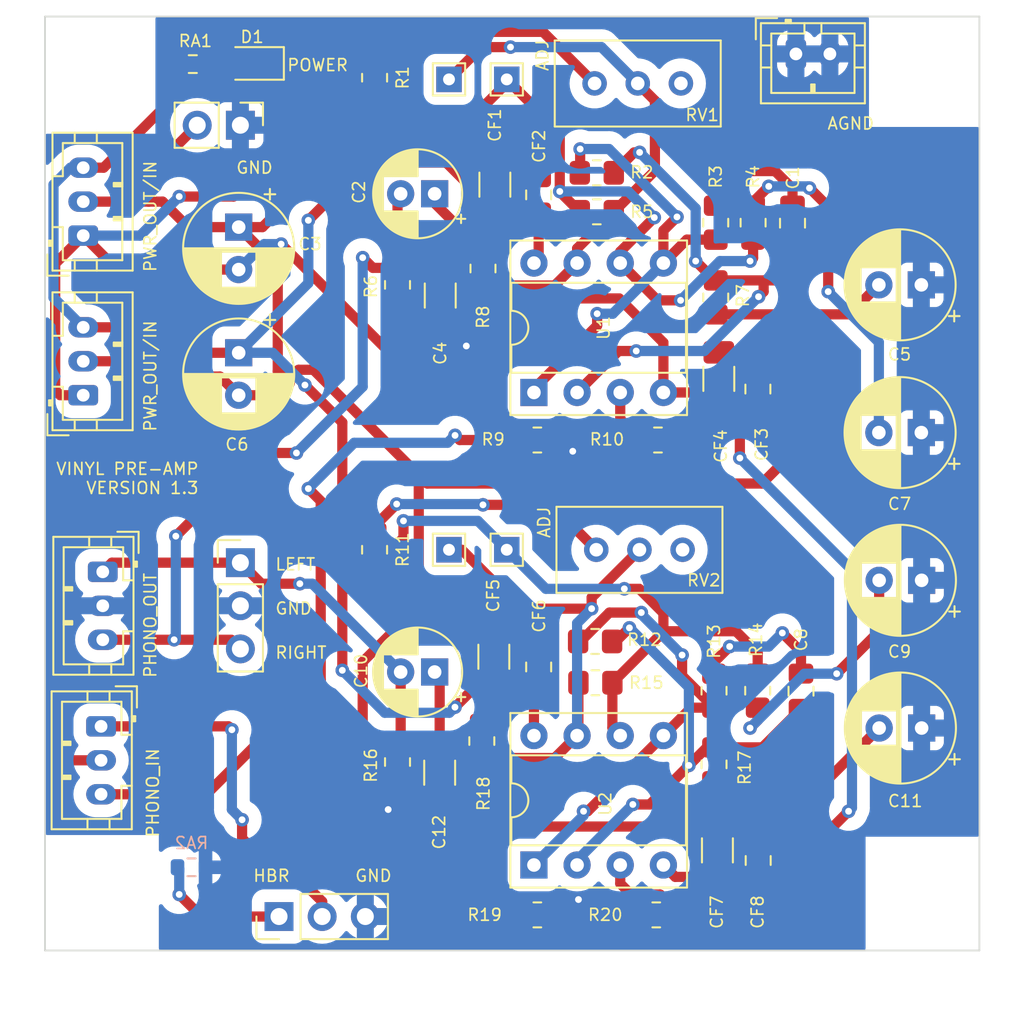
<source format=kicad_pcb>
(kicad_pcb (version 20221018) (generator pcbnew)
  (layers (0 "F.Cu" signal) (31 "B.Cu" signal) (34 "B.Paste" user) (35 "F.Paste" user) (36 "B.SilkS" user "B.Silkscreen") (37 "F.SilkS" user "F.Silkscreen") (38 "B.Mask" user) (39 "F.Mask" user) (44 "Edge.Cuts" user))
  (net 0 "")
  (net 1 "V-")
  (net 2 "V+")
  (net 3 "LEFTIN")
  (net 4 "RIGHTIN")
  (net 5 "LEFTOUT")
  (net 6 "RIGHTOUT")
  (net 7 "AGND")
  (net 9 "Net-(R1-Pad1)")
  (net 10 "Net-(C2-Pad1)")
  (net 11 "Net-(U1-InA-)")
  (net 12 "Net-(C9-Pad2)")
  (net 14 "Net-(C11-Pad2)")
  (net 15 "Net-(U2-InA-)")
  (net 16 "Net-(D1-A)")
  (net 17 "Net-(U1-InB-)")
  (net 18 "Net-(U1-InB+)")
  (net 19 "Net-(U1-OutB)")
  (net 20 "Net-(U1-InA+)")
  (net 21 "Net-(R11-Pad1)")
  (net 22 "Net-(U2-InB-)")
  (net 23 "Net-(U2-InB+)")
  (net 24 "Net-(U2-OutB)")
  (net 25 "Net-(U2-InA+)")
  (net 26 "PGND")
  (net 27 "GNDIN")
  (net 28 "Net-(C1-Pad2)")
  (net 29 "Net-(C5-Pad2)")
  (net 30 "Net-(C7-Pad2)")
  (net 31 "Net-(C8-Pad2)")
  (net 32 "Net-(C10-Pad1)")
  (net 33 "Net-(J8-Pin_1)")
  (footprint "Connector_JST:JST_PH_B3B-PH-K_1x03_P2.00mm_Vertical" (layer "F.Cu") (at 133.65 93.5 90)
    (fp_text reference "J3" hide)
    (fp_text value "Conn_01x03_Male")
  )
  (footprint "Resistor_SMD:R_0805_2012Metric_Pad1.20x1.40mm_HandSolder" (layer "F.Cu") (at 167.48 105.5375 180)
    (fp_text reference "R10")
    (fp_text value "2K2")
  )
  (footprint "MountingHole:MountingHole_3.2mm_M3" (layer "F.Cu") (at 183.9 133.1)
    (fp_text reference "H3" hide)
    (fp_text value "MountingHole")
  )
  (footprint "Resistor_SMD:R_0805_2012Metric_Pad1.20x1.40mm_HandSolder" (layer "F.Cu") (at 170.88 97.1375 90)
    (fp_text reference "R7")
    (fp_text value "4.7K")
  )
  (footprint "Package_DIP:DIP-8_W7.62mm_Socket" (layer "F.Cu") (at 160.18 130.565124 90)
    (fp_text reference "U2")
    (fp_text value "OPA2134")
  )
  (footprint "Resistor_SMD:R_0805_2012Metric_Pad1.20x1.40mm_HandSolder" (layer "F.Cu") (at 157.18 95.4375 -90)
    (fp_text reference "R8")
    (fp_text value "750R")
  )
  (footprint "Capacitor_SMD:C_0805_2012Metric_Pad1.18x1.45mm_HandSolder" (layer "F.Cu") (at 160.457616 118.902624 -90)
    (fp_text reference "CF6")
    (fp_text value "0.1u")
  )
  (footprint "Resistor_SMD:R_0805_2012Metric_Pad1.20x1.40mm_HandSolder" (layer "F.Cu") (at 157.111414 123.265124 -90)
    (fp_text reference "R18")
    (fp_text value "750R")
  )
  (footprint "Capacitor_THT:CP_Radial_D5.0mm_P2.00mm" (layer "F.Cu") (at 154.335113 119.2 180)
    (fp_text reference "C10")
    (fp_text value "1U C0G")
  )
  (footprint "Resistor_SMD:R_0805_2012Metric_Pad1.20x1.40mm_HandSolder" (layer "F.Cu") (at 160.38 133.502624 180)
    (fp_text reference "R19")
    (fp_text value "47K")
  )
  (footprint "Resistor_SMD:R_0805_2012Metric_Pad1.20x1.40mm_HandSolder" (layer "F.Cu") (at 160.38 105.5375 180)
    (fp_text reference "R9")
    (fp_text value "47K")
  )
  (footprint "Resistor_SMD:R_0805_2012Metric_Pad1.20x1.40mm_HandSolder" (layer "F.Cu") (at 163.796424 119.832624)
    (fp_text reference "R15")
    (fp_text value "100K")
  )
  (footprint "Resistor_SMD:R_0603_1608Metric" (layer "F.Cu") (at 140.1 83.4 180)
    (fp_text reference "RA1")
    (fp_text value "5.1K")
  )
  (footprint "Capacitor_THT:CP_Radial_D6.3mm_P2.50mm" (layer "F.Cu") (at 142.8 93 -90)
    (fp_text reference "C3")
    (fp_text value "100U 16V")
  )
  (footprint "Capacitor_SMD:C_1206_3216Metric_Pad1.33x1.80mm_HandSolder" (layer "F.Cu") (at 154.665 97.03 90)
    (fp_text reference "C4")
    (fp_text value "0.1U C0G")
  )
  (footprint "Package_DIP:DIP-8_W7.62mm_Socket" (layer "F.Cu") (at 160.18 102.7375 90)
    (fp_text reference "U1")
    (fp_text value "OPA2134")
  )
  (footprint "MountingHole:MountingHole_3.2mm_M3" (layer "F.Cu") (at 133.9 133.1)
    (fp_text reference "H4" hide)
    (fp_text value "MountingHole")
  )
  (footprint "Resistor_SMD:R_0805_2012Metric_Pad1.20x1.40mm_HandSolder" (layer "F.Cu") (at 152.15 124.5 90)
    (fp_text reference "R16")
    (fp_text value "100K")
  )
  (footprint "TestPoint:TestPoint_THTPad_1.5x1.5mm_Drill0.7mm" (layer "F.Cu") (at 155.18 112)
    (fp_text reference "TP3" hide)
    (fp_text value "TestPoint")
  )
  (footprint "Connector_JST:JST_PH_B3B-PH-K_1x03_P2.00mm_Vertical" (layer "F.Cu") (at 134.7 122.4 -90)
    (fp_text reference "J7" hide)
    (fp_text value "Conn_01x03_Male")
  )
  (footprint "TestPoint:TestPoint_THTPad_1.5x1.5mm_Drill0.7mm" (layer "F.Cu") (at 158.58 112)
    (fp_text reference "TP4" hide)
    (fp_text value "TestPoint")
  )
  (footprint "Capacitor_SMD:C_1206_3216Metric_Pad1.33x1.80mm_HandSolder" (layer "F.Cu") (at 170.98 129.702624 -90)
    (fp_text reference "CF7")
    (fp_text value "10u")
  )
  (footprint "Resistor_SMD:R_0805_2012Metric_Pad1.20x1.40mm_HandSolder" (layer "F.Cu") (at 150.8 112 -90)
    (fp_text reference "R11")
    (fp_text value "2.7K")
  )
  (footprint "Resistor_SMD:R_0805_2012Metric_Pad1.20x1.40mm_HandSolder" (layer "F.Cu") (at 170.78 120.3 90)
    (fp_text reference "R13")
    (fp_text value "10K")
  )
  (footprint "MountingHole:MountingHole_3.2mm_M3" (layer "F.Cu") (at 183.9 83.1)
    (fp_text reference "H2" hide)
    (fp_text value "MountingHole")
  )
  (footprint "Capacitor_SMD:C_0805_2012Metric_Pad1.18x1.45mm_HandSolder" (layer "F.Cu") (at 173.36151 102.5375 -90)
    (fp_text reference "CF3")
    (fp_text value "0.1u")
  )
  (footprint "Resistor_SMD:R_0805_2012Metric_Pad1.20x1.40mm_HandSolder" (layer "F.Cu") (at 167.38 133.502624)
    (fp_text reference "R20")
    (fp_text value "2K2")
  )
  (footprint "Resistor_SMD:R_0805_2012Metric_Pad1.20x1.40mm_HandSolder" (layer "F.Cu") (at 173.08 92.7375 -90)
    (fp_text reference "R4")
    (fp_text value "2K7")
  )
  (footprint "Connector_JST:JST_PH_B2B-PH-K_1x02_P2.00mm_Vertical" (layer "F.Cu") (at 175.6 82.8)
    (fp_text reference "J1" hide)
    (fp_text value "Conn_01x02_Male")
  )
  (footprint "LED_SMD:LED_0805_2012Metric_Pad1.15x1.40mm_HandSolder" (layer "F.Cu") (at 143.6 83.36 180)
    (fp_text reference "D1")
    (fp_text value "YELLOW")
  )
  (footprint "Connector_JST:JST_PH_B3B-PH-K_1x03_P2.00mm_Vertical" (layer "F.Cu") (at 134.8 113.3 -90)
    (fp_text reference "J6" hide)
    (fp_text value "Conn_01x03_Male")
  )
  (footprint "Capacitor_SMD:C_1206_3216Metric_Pad1.33x1.80mm_HandSolder" (layer "F.Cu") (at 157.818808 118.302624 -90)
    (fp_text reference "CF5")
    (fp_text value "10u")
  )
  (footprint "Capacitor_SMD:C_0805_2012Metric_Pad1.18x1.45mm_HandSolder" (layer "F.Cu") (at 160.457616 91.1 -90)
    (fp_text reference "CF2")
    (fp_text value "0.1u")
  )
  (footprint "Capacitor_THT:CP_Radial_D5.0mm_P2.00mm" (layer "F.Cu") (at 154.335113 91.0375 180)
    (fp_text reference "C2")
    (fp_text value "1U C0G")
  )
  (footprint "Resistor_SMD:R_0805_2012Metric_Pad1.20x1.40mm_HandSolder" (layer "F.Cu") (at 170.88 92.7375 90)
    (fp_text reference "R3")
    (fp_text value "10K")
  )
  (footprint "Capacitor_SMD:C_0805_2012Metric_Pad1.18x1.45mm_HandSolder" (layer "F.Cu") (at 175.4 92.7675 90)
    (fp_text reference "C1")
    (fp_text value "22N C0G")
  )
  (footprint "Capacitor_SMD:C_1206_3216Metric_Pad1.33x1.80mm_HandSolder" (layer "F.Cu") (at 154.630707 125.13 90)
    (fp_text reference "C12")
    (fp_text value "0.1U C0G")
  )
  (footprint "Connector_PinHeader_2.54mm:PinHeader_1x03_P2.54mm_Vertical" (layer "F.Cu") (at 142.9 112.76)
    (fp_text reference "J5" hide)
    (fp_text value "Conn_01x03_Male")
  )
  (footprint "TestPoint:TestPoint_THTPad_1.5x1.5mm_Drill0.7mm" (layer "F.Cu") (at 158.58 84.3)
    (fp_text reference "TP2" hide)
    (fp_text value "TestPoint")
  )
  (footprint "MountingHole:MountingHole_3.2mm_M3" (layer "F.Cu") (at 133.9 83.1)
    (fp_text reference "H1" hide)
    (fp_text value "MountingHole")
  )
  (footprint "Potentiometer_THT:Potentiometer_Bourns_3296W_Vertical" (layer "F.Cu") (at 168.83 84.5375)
    (fp_text reference "RV1")
    (fp_text value "50K")
  )
  (footprint "Capacitor_SMD:C_1206_3216Metric_Pad1.33x1.80mm_HandSolder" (layer "F.Cu") (at 157.88 90.5 -90)
    (fp_text reference "CF1")
    (fp_text value "10u")
  )
  (footprint "Resistor_SMD:R_0805_2012Metric_Pad1.20x1.40mm_HandSolder" (layer "F.Cu") (at 150.8 84.2 -90)
    (fp_text reference "R1")
    (fp_text value "2.7K")
  )
  (footprint "Resistor_SMD:R_0805_2012Metric_Pad1.20x1.40mm_HandSolder" (layer "F.Cu") (at 163.88 92.1 180)
    (fp_text reference "R5")
    (fp_text value "100K")
  )
  (footprint "Capacitor_THT:CP_Radial_D6.3mm_P2.50mm" (layer "F.Cu") (at 183 113.8 180)
    (fp_text reference "C9")
    (fp_text value "22U")
  )
  (footprint "Capacitor_THT:CP_Radial_D6.3mm_P2.50mm" (layer "F.Cu") (at 183 122.5 180)
    (fp_text reference "C11")
    (fp_text value "22U")
  )
  (footprint "Resistor_SMD:R_0805_2012Metric_Pad1.20x1.40mm_HandSolder" (layer "F.Cu") (at 152.15 96.4 90)
    (fp_text reference "R6")
    (fp_text value "100K")
  )
  (footprint "Capacitor_SMD:C_0805_2012Metric_Pad1.18x1.45mm_HandSolder" (layer "F.Cu") (at 173.38 130.3 -90)
    (fp_text reference "CF8")
    (fp_text value "0.1u")
  )
  (footprint "Capacitor_SMD:C_0805_2012Metric_Pad1.18x1.45mm_HandSolder" (layer "F.Cu") (at 175.9 120.33 90)
    (fp_text reference "C8")
    (fp_text value "22N C0G")
  )
  (footprint "TestPoint:TestPoint_THTPad_1.5x1.5mm_Drill0.7mm" (layer "F.Cu") (at 155.18 84.3)
    (fp_text reference "TP1" hide)
    (fp_text value "TestPoint")
  )
  (footprint "Connector_PinHeader_2.54mm:PinHeader_1x03_P2.54mm_Vertical" (layer "F.Cu") (at 145.175 133.6 90)
    (fp_text reference "J8" hide)
    (fp_text value "Conn_01x03_Pin")
  )
  (footprint "Resistor_SMD:R_0805_2012Metric_Pad1.20x1.40mm_HandSolder" (layer "F.Cu") (at 173.35 120.3 90)
    (fp_text reference "R14")
    (fp_text value "2K7")
  )
  (footprint "Resistor_SMD:R_0805_2012Metric_Pad1.20x1.40mm_HandSolder" (layer "F.Cu") (at 163.88 89.8 180)
    (fp_text reference "R2")
    (fp_text value "180K")
  )
  (footprint "Capacitor_THT:CP_Radial_D6.3mm_P2.50mm" (layer "F.Cu") (at 182.98238 96.4 180)
    (fp_text reference "C5")
    (fp_text value "22U")
  )
  (footprint "Capacitor_THT:CP_Radial_D6.3mm_P2.50mm" (layer "F.Cu") (at 182.98238 105.1 180)
    (fp_text reference "C7")
    (fp_text value "22U")
  )
  (footprint "Potentiometer_THT:Potentiometer_Bourns_3296W_Vertical" (layer "F.Cu") (at 168.93 112)
    (fp_text reference "RV2")
    (fp_text value "50K")
  )
  (footprint "Capacitor_THT:CP_Radial_D6.3mm_P2.50mm" (layer "F.Cu") (at 142.8 100.4 -90)
    (fp_text reference "C6")
    (fp_text value "100U 16V")
  )
  (footprint "Capacitor_SMD:C_1206_3216Metric_Pad1.33x1.80mm_HandSolder" (layer "F.Cu") (at 171.06151 101.9375 -90)
    (fp_text reference "CF4")
    (fp_text value "10u")
  )
  (footprint "Resistor_SMD:R_0805_2012Metric_Pad1.20x1.40mm_HandSolder" (layer "F.Cu") (at 163.78 117.4 180)
    (fp_text reference "R12")
    (fp_text value "180K")
  )
  (footprint "Connector_PinHeader_2.54mm:PinHeader_1x02_P2.54mm_Vertical" (layer "F.Cu") (at 142.9 87 -90)
    (fp_text reference "J2" hide)
    (fp_text value "Conn_01x02_Pin")
  )
  (footprint "Connector_JST:JST_PH_B3B-PH-K_1x03_P2.00mm_Vertical" (layer "F.Cu") (at 133.65 102.9 90)
    (fp_text reference "J4" hide)
    (fp_text value "Conn_01x03_Male")
  )
  (footprint "Resistor_SMD:R_0805_2012Metric_Pad1.20x1.40mm_HandSolder" (layer "F.Cu") (at 170.78 124.637624 90)
    (fp_text reference "R17")
    (fp_text value "4.7K")
  )
  (footprint "Resistor_SMD:R_0603_1608Metric" (layer "B.Cu") (at 140.025 130.7 180)
    (fp_text reference "RA2")
    (fp_text value "20R")
  )
  (gr_line (start 186.4 135.6) (end 186.4 80.6) (stroke (width 0.1)) (layer "Edge.Cuts"))
  (gr_line (start 186.4 80.6) (end 131.4 80.6) (stroke (width 0.1)) (layer "Edge.Cuts"))
  (gr_line (start 131.4 80.6) (end 131.4 135.6) (stroke (width 0.1)) (layer "Edge.Cuts"))
  (gr_line (start 131.4 135.6) (end 186.4 135.6) (stroke (width 0.1)) (layer "Edge.Cuts"))
  (gr_text "PHONO_IN" (at 137.75 129 90) (layer "F.SilkS") (effects (font (size 0.7 0.7) (thickness 0.1)) (justify left)))
  (gr_text "GND\n" (at 144.9 115.46) (layer "F.SilkS") (effects (font (size 0.7 0.7) (thickness 0.1)) (justify left)))
  (gr_text "AGND\n" (at 177.4 86.9) (layer "F.SilkS") (effects (font (size 0.7 0.7) (thickness 0.1)) (justify left)))
  (gr_text "PHONO_OUT" (at 137.6 119.6 90) (layer "F.SilkS") (effects (font (size 0.7 0.7) (thickness 0.1)) (justify left)))
  (gr_text "PWR_OUT/IN" (at 137.6 105.1 90) (layer "F.SilkS") (effects (font (size 0.7 0.7) (thickness 0.1)) (justify left)))
  (gr_text "GND" (at 142.6 89.5) (layer "F.SilkS") (effects (font (size 0.7 0.7) (thickness 0.1)) (justify left)))
  (gr_text "VINYL PRE-AMP\nVERSION 1.3" (at 140.5 107.8) (layer "F.SilkS") (effects (font (size 0.7 0.7) (thickness 0.1)) (justify right)))
  (gr_text "POWER" (at 145.6 83.46) (layer "F.SilkS") (effects (font (size 0.7 0.7) (thickness 0.1)) (justify left)))
  (gr_text "GND" (at 149.6 131.2) (layer "F.SilkS") (effects (font (size 0.7 0.7) (thickness 0.1)) (justify left)))
  (gr_text "HBR\n" (at 143.6 131.2) (layer "F.SilkS") (effects (font (size 0.7 0.7) (thickness 0.1)) (justify left)))
  (gr_text "PWR_OUT/IN" (at 137.6 95.7 90) (layer "F.SilkS") (effects (font (size 0.7 0.7) (thickness 0.1)) (justify left)))
  (gr_text "ADJ" (at 160.78 109.4 90) (layer "F.SilkS") (effects (font (size 0.7 0.7) (thickness 0.1)) (justify right)))
  (gr_text "ADJ" (at 160.68 81.9 90) (layer "F.SilkS") (effects (font (size 0.7 0.7) (thickness 0.1)) (justify right)))
  (gr_text "RIGHT" (at 144.9 118.06) (layer "F.SilkS") (effects (font (size 0.7 0.7) (thickness 0.1)) (justify left)))
  (gr_text "LEFT" (at 144.9 112.86) (layer "F.SilkS") (effects (font (size 0.7 0.7) (thickness 0.1)) (justify left)))
  (segment (start 167.8 102.7375) (end 167.8 99.8) (width 0.6) (layer "F.Cu") (net 1))
  (segment (start 172.307252 131.3375) (end 173.38 131.3375) (width 0.6) (layer "F.Cu") (net 1))
  (segment (start 167.8 102.7375) (end 170.29901 102.7375) (width 0.6) (layer "F.Cu") (net 1))
  (segment (start 142.8 95.5) (end 135.65 95.5) (width 0.6) (layer "F.Cu") (net 1))
  (segment (start 167.8 99.8) (end 165.2 97.2) (width 0.6) (layer "F.Cu") (net 1))
  (segment (start 174.7625 131.3375) (end 178.7 127.4) (width 0.6) (layer "F.Cu") (net 1))
  (segment (start 170.29901 102.7375) (end 171.06151 103.5) (width 0.6) (layer "F.Cu") (net 1))
  (segment (start 142.5 91.2) (end 139.3 91.2) (width 0.6) (layer "F.Cu") (net 1))
  (segment (start 153.3 102) (end 145.3 94) (width 0.6) (layer "F.Cu") (net 1))
  (segment (start 172.3 106.6) (end 172.3 103.5) (width 0.6) (layer "F.Cu") (net 1))
  (segment (start 172.234876 131.265124) (end 172.307252 131.3375) (width 0.6) (layer "F.Cu") (net 1))
  (segment (start 132 95.15) (end 132 102.6) (width 0.6) (layer "F.Cu") (net 1))
  (segment (start 171.06151 103.5) (end 172.3 103.5) (width 0.6) (layer "F.Cu") (net 1))
  (segment (start 172.234876 131.265124) (end 170.98 131.265124) (width 0.6) (layer "F.Cu") (net 1))
  (segment (start 135.65 95.5) (end 133.65 93.5) (width 0.6) (layer "F.Cu") (net 1))
  (segment (start 168.5 131.265124) (end 167.8 130.565124) (width 0.6) (layer "F.Cu") (net 1))
  (segment (start 156.9 102) (end 153.3 102) (width 0.6) (layer "F.Cu") (net 1))
  (segment (start 173.38 131.3375) (end 174.7625 131.3375) (width 0.6) (layer "F.Cu") (net 1))
  (segment (start 132.3 102.9) (end 133.65 102.9) (width 0.6) (layer "F.Cu") (net 1))
  (segment (start 133.65 93.5) (end 132 95.15) (width 0.6) (layer "F.Cu") (net 1))
  (segment (start 165.2 97.2) (end 161.7 97.2) (width 0.6) (layer "F.Cu") (net 1))
  (segment (start 144.625 89.075) (end 142.5 91.2) (width 0.6) (layer "F.Cu") (net 1))
  (segment (start 172.3 103.5) (end 173.28651 103.5) (width 0.6) (layer "F.Cu") (net 1))
  (segment (start 132 102.6) (end 132.3 102.9) (width 0.6) (layer "F.Cu") (net 1))
  (segment (start 144.625 83.36) (end 144.625 89.075) (width 0.6) (layer "F.Cu") (net 1))
  (segment (start 170.98 131.265124) (end 168.5 131.265124) (width 0.6) (layer "F.Cu") (net 1))
  (segment (start 161.7 97.2) (end 156.9 102) (width 0.6) (layer "F.Cu") (net 1))
  (via (at 139.3 91.2) (size 0.8) (drill 0.4) (layers "F.Cu" "B.Cu") (net 1))
  (via (at 172.3 106.6) (size 0.8) (drill 0.4) (layers "F.Cu" "B.Cu") (net 1))
  (via (at 178.7 127.4) (size 0.8) (drill 0.4) (layers "F.Cu" "B.Cu") (net 1))
  (via (at 145.3 94) (size 0.8) (drill 0.4) (layers "F.Cu" "B.Cu") (net 1))
  (segment (start 178.9 113.2) (end 172.3 106.6) (width 0.6) (layer "B.Cu") (net 1))
  (segment (start 133.65 93.5) (end 137 93.5) (width 0.6) (layer "B.Cu") (net 1))
  (segment (start 145.3 94) (end 144.3 94) (width 0.6) (layer "B.Cu") (net 1))
  (segment (start 178.9 127.2) (end 178.9 113.2) (width 0.6) (layer "B.Cu") (net 1))
  (segment (start 178.7 127.4) (end 178.9 127.2) (width 0.6) (layer "B.Cu") (net 1))
  (segment (start 137 93.5) (end 139.3 91.2) (width 0.6) (layer "B.Cu") (net 1))
  (segment (start 144.3 94) (end 142.8 95.5) (width 0.6) (layer "B.Cu") (net 1))
  (segment (start 148.9 104.5) (end 146.7 102.3) (width 0.6) (layer "F.Cu") (net 2))
  (segment (start 140.1 100.4) (end 138.6 98.9) (width 0.6) (layer "F.Cu") (net 2))
  (segment (start 139.275 85.075) (end 139.275 83.4) (width 0.6) (layer "F.Cu") (net 2))
  (segment (start 160.18 122.945124) (end 160.18 120.21774) (width 0.6) (layer "F.Cu") (net 2))
  (segment (start 148.9 119.1) (end 148.9 104.5) (width 0.6) (layer "F.Cu") (net 2))
  (segment (start 139.275 85.075) (end 134.85 89.5) (width 0.6) (layer "F.Cu") (net 2))
  (segment (start 134.85 89.5) (end 133.65 89.5) (width 0.6) (layer "F.Cu") (net 2))
  (segment (start 150.3 89.2) (end 146.9 92.6) (width 0.6) (layer "F.Cu") (net 2))
  (segment (start 155.0175 89.2) (end 150.3 89.2) (width 0.6) (layer "F.Cu") (net 2))
  (segment (start 138.6 98.9) (end 133.65 98.9) (width 0.6) (layer "F.Cu") (net 2))
  (segment (start 142.8 100.4) (end 140.1 100.4) (width 0.6) (layer "F.Cu") (net 2))
  (segment (start 157.88 92.0625) (end 155.0175 89.2) (width 0.6) (layer "F.Cu") (net 2))
  (segment (start 157.88 92.0625) (end 160.382616 92.0625) (width 0.6) (layer "F.Cu") (net 2))
  (segment (start 156.936299 119.865124) (end 155.530707 121.270716) (width 0.6) (layer "F.Cu") (net 2))
  (segment (start 160.457616 119.940124) (end 157.893808 119.940124) (width 0.6) (layer "F.Cu") (net 2))
  (segment (start 160.457616 92.1375) (end 160.457616 94.839884) (width 0.6) (layer "F.Cu") (net 2))
  (segment (start 157.818808 119.865124) (end 156.936299 119.865124) (width 0.6) (layer "F.Cu") (net 2))
  (via (at 146.9 92.6) (size 0.8) (drill 0.4) (layers "F.Cu" "B.Cu") (net 2))
  (via (at 146.7 102.3) (size 0.8) (drill 0.4) (layers "F.Cu" "B.Cu") (net 2))
  (via (at 155.530707 121.270716) (size 0.8) (drill 0.4) (layers "F.Cu" "B.Cu") (net 2))
  (via (at 148.9 119.1) (size 0.8) (drill 0.4) (layers "F.Cu" "B.Cu") (net 2))
  (segment (start 148.9 119.1) (end 151.4 121.6) (width 0.6) (layer "B.Cu") (net 2))
  (segment (start 144.8 100.4) (end 146.7 102.3) (width 0.6) (layer "B.Cu") (net 2))
  (segment (start 132.9 89.5) (end 133.65 89.5) (width 0.6) (layer "B.Cu") (net 2))
  (segment (start 133.65 98.9) (end 131.9 97.15) (width 0.6) (layer "B.Cu") (net 2))
  (segment (start 151.4 121.6) (end 155.201423 121.6) (width 0.6) (layer "B.Cu") (net 2))
  (segment (start 142.8 100.4) (end 144.8 100.4) (width 0.6) (layer "B.Cu") (net 2))
  (segment (start 155.201423 121.6) (end 155.530707 121.270716) (width 0.6) (layer "B.Cu") (net 2))
  (segment (start 131.9 90.5) (end 132.9 89.5) (width 0.6) (layer "B.Cu") (net 2))
  (segment (start 146.9 96.3) (end 146.9 92.6) (width 0.6) (layer "B.Cu") (net 2))
  (segment (start 131.9 97.15) (end 131.9 90.5) (width 0.6) (layer "B.Cu") (net 2))
  (segment (start 142.8 100.4) (end 146.9 96.3) (width 0.6) (layer "B.Cu") (net 2))
  (segment (start 143 127.9) (end 143 129) (width 0.6) (layer "F.Cu") (net 3))
  (segment (start 160.58 134.702624) (end 159.38 133.502624) (width 0.6) (layer "F.Cu") (net 3))
  (segment (start 134.7 122.4) (end 142.2 122.4) (width 0.6) (layer "F.Cu") (net 3))
  (segment (start 144.2 130.2) (end 156.077376 130.2) (width 0.6) (layer "F.Cu") (net 3))
  (segment (start 165.18 134.702624) (end 160.58 134.702624) (width 0.6) (layer "F.Cu") (net 3))
  (segment (start 143 129) (end 144.2 130.2) (width 0.6) (layer "F.Cu") (net 3))
  (segment (start 156.077376 130.2) (end 159.38 133.502624) (width 0.6) (layer "F.Cu") (net 3))
  (segment (start 142.2 122.4) (end 142.4 122.6) (width 0.6) (layer "F.Cu") (net 3))
  (segment (start 166.38 133.502624) (end 165.18 134.702624) (width 0.6) (layer "F.Cu") (net 3))
  (via (at 143 127.9) (size 0.8) (drill 0.4) (layers "F.Cu" "B.Cu") (net 3))
  (via (at 142.4 122.6) (size 0.8) (drill 0.4) (layers "F.Cu" "B.Cu") (net 3))
  (segment (start 142.4 127.3) (end 143 127.9) (width 0.6) (layer "B.Cu") (net 3))
  (segment (start 142.4 122.6) (end 142.4 127.3) (width 0.6) (layer "B.Cu") (net 3))
  (segment (start 147.629271 119.670729) (end 140.9 126.4) (width 0.6) (layer "F.Cu") (net 4))
  (segment (start 146.9 108.4) (end 147.629271 109.129271) (width 0.6) (layer "F.Cu") (net 4))
  (segment (start 159.38 105.5375) (end 155.810294 105.5375) (width 0.6) (layer "F.Cu") (net 4))
  (segment (start 168.48 105.5375) (end 166.9175 107.1) (width 0.6) (layer "F.Cu") (net 4))
  (segment (start 147.629271 109.129271) (end 147.629271 119.670729) (width 0.6) (layer "F.Cu") (net 4))
  (segment (start 140.9 126.4) (end 134.7 126.4) (width 0.6) (layer "F.Cu") (net 4))
  (segment (start 155.810294 105.5375) (end 155.536397 105.263603) (width 0.6) (layer "F.Cu") (net 4))
  (segment (start 160.9425 107.1) (end 159.38 105.5375) (width 0.6) (layer "F.Cu") (net 4))
  (segment (start 166.9175 107.1) (end 160.9425 107.1) (width 0.6) (layer "F.Cu") (net 4))
  (via (at 155.536397 105.263603) (size 0.8) (drill 0.4) (layers "F.Cu" "B.Cu") (net 4))
  (via (at 146.9 108.4) (size 0.8) (drill 0.4) (layers "F.Cu" "B.Cu") (net 4))
  (segment (start 155.1 105.7) (end 155.536397 105.263603) (width 0.6) (layer "B.Cu") (net 4))
  (segment (start 149.6 105.7) (end 155.1 105.7) (width 0.6) (layer "B.Cu") (net 4))
  (segment (start 146.9 108.4) (end 149.6 105.7) (width 0.6) (layer "B.Cu") (net 4))
  (segment (start 146.4 114) (end 144.14 114) (width 0.6) (layer "F.Cu") (net 5))
  (segment (start 144.14 114) (end 142.9 112.76) (width 0.6) (layer "F.Cu") (net 5))
  (segment (start 152.335113 119.2) (end 152.335113 123.314887) (width 0.6) (layer "F.Cu") (net 5))
  (segment (start 135.34 112.76) (end 134.8 113.3) (width 0.6) (layer "F.Cu") (net 5))
  (segment (start 142.9 112.76) (end 135.34 112.76) (width 0.6) (layer "F.Cu") (net 5))
  (via (at 146.4 114) (size 0.8) (drill 0.4) (layers "F.Cu" "B.Cu") (net 5))
  (segment (start 152.335113 119.2) (end 147.135113 114) (width 0.6) (layer "B.Cu") (net 5))
  (segment (start 147.135113 114) (end 146.4 114) (width 0.6) (layer "B.Cu") (net 5))
  (segment (start 152.15 95.4) (end 150.7 95.4) (width 0.6) (layer "F.Cu") (net 6))
  (segment (start 134.8 117.3) (end 142.36 117.3) (width 0.6) (layer "F.Cu") (net 6))
  (segment (start 144 106.3) (end 139.1 111.2) (width 0.6) (layer "F.Cu") (net 6))
  (segment (start 142.36 117.3) (end 142.9 117.84) (width 0.6) (layer "F.Cu") (net 6))
  (segment (start 152.15 95.4) (end 152.15 91.222613) (width 0.6) (layer "F.Cu") (net 6))
  (segment (start 146.2 106.3) (end 144 106.3) (width 0.6) (layer "F.Cu") (net 6))
  (segment (start 150.7 95.4) (end 150.1 94.8) (width 0.6) (layer "F.Cu") (net 6))
  (via (at 139 117.3) (size 0.8) (drill 0.4) (layers "F.Cu" "B.Cu") (net 6))
  (via (at 139.1 111.2) (size 0.8) (drill 0.4) (layers "F.Cu" "B.Cu") (net 6))
  (via (at 146.2 106.3) (size 0.8) (drill 0.4) (layers "F.Cu" "B.Cu") (net 6))
  (via (at 150.1 94.8) (size 0.8) (drill 0.4) (layers "F.Cu" "B.Cu") (net 6))
  (segment (start 139.1 111.2) (end 139.1 117.2) (width 0.6) (layer "B.Cu") (net 6))
  (segment (start 139.1 117.2) (end 139 117.3) (width 0.6) (layer "B.Cu") (net 6))
  (segment (start 150.1 102.4) (end 150.1 94.8) (width 0.6) (layer "B.Cu") (net 6))
  (segment (start 146.2 106.3) (end 150.1 102.4) (width 0.6) (layer "B.Cu") (net 6))
  (segment (start 153.3425 98.5925) (end 152.15 97.4) (width 0.6) (layer "F.Cu") (net 7))
  (segment (start 161.897376 133.502624) (end 162.8 132.6) (width 0.6) (layer "F.Cu") (net 7))
  (segment (start 154.665 98.5925) (end 153.3425 98.5925) (width 0.6) (layer "F.Cu") (net 7))
  (segment (start 161.38 105.5375) (end 162.0425 106.2) (width 0.6) (layer "F.Cu") (net 7))
  (segment (start 162.0425 106.2) (end 162.463559 106.2) (width 0.6) (layer "F.Cu") (net 7))
  (segment (start 152.15 125.5) (end 152.15 126.75) (width 0.6) (layer "F.Cu") (net 7))
  (segment (start 154.7925 98.5925) (end 156.2 100) (width 0.6) (layer "F.Cu") (net 7))
  (segment (start 152.15 126.75) (end 151.6 127.3) (width 0.6) (layer "F.Cu") (net 7))
  (segment (start 154.630707 126.6925) (end 153.3425 126.6925) (width 0.6) (layer "F.Cu") (net 7))
  (segment (start 153.3425 126.6925) (end 152.15 125.5) (width 0.6) (layer "F.Cu") (net 7))
  (segment (start 161.38 133.502624) (end 161.897376 133.502624) (width 0.6) (layer "F.Cu") (net 7))
  (via (at 156.2 100) (size 0.8) (drill 0.4) (layers "F.Cu" "B.Cu") (net 7))
  (via (at 151.6 127.3) (size 0.8) (drill 0.4) (layers "F.Cu" "B.Cu") (net 7))
  (via (at 162.8 132.6) (size 0.8) (drill 0.4) (layers "F.Cu" "B.Cu") (net 7))
  (via (at 162.463559 106.2) (size 0.8) (drill 0.4) (layers "F.Cu" "B.Cu") (net 7))
  (segment (start 152.5 81.5) (end 160.7125 81.5) (width 0.6) (layer "F.Cu") (net 9))
  (segment (start 160.7125 81.5) (end 163.75 84.5375) (width 0.6) (layer "F.Cu") (net 9))
  (segment (start 150.8 83.2) (end 152.5 81.5) (width 0.6) (layer "F.Cu") (net 9))
  (segment (start 154.665 95.4675) (end 156.15 95.4675) (width 0.6) (layer "F.Cu") (net 10))
  (segment (start 154.335113 91.0375) (end 154.335113 91.592613) (width 0.6) (layer "F.Cu") (net 10))
  (segment (start 154.335113 91.592613) (end 157.18 94.4375) (width 0.6) (layer "F.Cu") (net 10))
  (segment (start 156.15 95.4675) (end 157.18 94.4375) (width 0.6) (layer "F.Cu") (net 10))
  (segment (start 175.4 93.805) (end 175.4 95.1) (width 0.6) (layer "F.Cu") (net 11))
  (segment (start 173.7 96.1375) (end 174.3625 96.1375) (width 0.6) (layer "F.Cu") (net 11))
  (segment (start 173.7 96.1375) (end 170.88 96.1375) (width 0.6) (layer "F.Cu") (net 11))
  (segment (start 166.4 88.6) (end 166.08 88.6) (width 0.6) (layer "F.Cu") (net 11))
  (segment (start 173.7 96.1375) (end 173.7 96.8) (width 0.6) (layer "F.Cu") (net 11))
  (segment (start 170.8375 96.1375) (end 169.7 95) (width 0.6) (layer "F.Cu") (net 11))
  (segment (start 165.162484 100.295016) (end 166.2 100.295016) (width 0.6) (layer "F.Cu") (net 11))
  (segment (start 166.08 88.6) (end 164.88 89.8) (width 0.6) (layer "F.Cu") (net 11))
  (segment (start 175.4 95.1) (end 174.3625 96.1375) (width 0.6) (layer "F.Cu") (net 11))
  (segment (start 173.7 96.8) (end 173.4 97.1) (width 0.6) (layer "F.Cu") (net 11))
  (segment (start 162.72 102.7375) (end 165.162484 100.295016) (width 0.6) (layer "F.Cu") (net 11))
  (via (at 166.2 100.295016) (size 0.8) (drill 0.4) (layers "F.Cu" "B.Cu") (net 11))
  (via (at 169.7 95) (size 0.8) (drill 0.4) (layers "F.Cu" "B.Cu") (net 11))
  (via (at 173.4 97.1) (size 0.8) (drill 0.4) (layers "F.Cu" "B.Cu") (net 11))
  (via (at 166.4 88.6) (size 0.8) (drill 0.4) (layers "F.Cu" "B.Cu") (net 11))
  (segment (start 173.4 97.1) (end 170.204984 100.295016) (width 0.6) (layer "B.Cu") (net 11))
  (segment (start 169.7 91.9) (end 166.4 88.6) (width 0.6) (layer "B.Cu") (net 11))
  (segment (start 170.204984 100.295016) (end 166.2 100.295016) (width 0.6) (layer "B.Cu") (net 11))
  (segment (start 169.7 95) (end 169.7 91.9) (width 0.6) (layer "B.Cu") (net 11))
  (segment (start 173.35 122.05) (end 172.9 122.5) (width 0.6) (layer "F.Cu") (net 12))
  (segment (start 173.35 121.3) (end 173.35 122.05) (width 0.6) (layer "F.Cu") (net 12))
  (segment (start 180.5 116.799994) (end 178 119.299994) (width 0.6) (layer "F.Cu") (net 12))
  (segment (start 180.5 113.8) (end 180.5 116.799994) (width 0.6) (layer "F.Cu") (net 12))
  (via (at 172.9 122.5) (size 0.8) (drill 0.4) (layers "F.Cu" "B.Cu") (net 12))
  (via (at 178 119.299994) (size 0.8) (drill 0.4) (layers "F.Cu" "B.Cu") (net 12))
  (segment (start 176.100006 119.299994) (end 178 119.299994) (width 0.6) (layer "B.Cu") (net 12))
  (segment (start 172.9 122.5) (end 176.100006 119.299994) (width 0.6) (layer "B.Cu") (net 12))
  (segment (start 170.78 125.637624) (end 177.362376 125.637624) (width 0.6) (layer "F.Cu") (net 14))
  (segment (start 177.362376 125.637624) (end 180.5 122.5) (width 0.6) (layer "F.Cu") (net 14))
  (segment (start 170.78 123.637624) (end 170.362376 123.637624) (width 0.6) (layer "F.Cu") (net 15))
  (segment (start 167 127) (end 169.3 124.7) (width 0.6) (layer "F.Cu") (net 15))
  (segment (start 173.629876 123.637624) (end 170.78 123.637624) (width 0.6) (layer "F.Cu") (net 15))
  (segment (start 170.362376 123.637624) (end 169.3 124.7) (width 0.6) (layer "F.Cu") (net 15))
  (segment (start 166 127) (end 167 127) (width 0.6) (layer "F.Cu") (net 15))
  (segment (start 165 117.4) (end 165.8 116.6) (width 0.6) (layer "F.Cu") (net 15))
  (segment (start 175.9 121.3675) (end 173.629876 123.637624) (width 0.6) (layer "F.Cu") (net 15))
  (via (at 166 127) (size 0.8) (drill 0.4) (layers "F.Cu" "B.Cu") (net 15))
  (via (at 165.8 116.6) (size 0.8) (drill 0.4) (layers "F.Cu" "B.Cu") (net 15))
  (via (at 169.3 124.7) (size 0.8) (drill 0.4) (layers "F.Cu" "B.Cu") (net 15))
  (segment (start 165.8 116.6) (end 169.3 120.1) (width 0.6) (layer "B.Cu") (net 15))
  (segment (start 162.72 130.28) (end 166 127) (width 0.6) (layer "B.Cu") (net 15))
  (segment (start 169.3 120.1) (end 169.3 124.7) (width 0.6) (layer "B.Cu") (net 15))
  (segment (start 140.925 83.4) (end 142.535 83.4) (width 0.6) (layer "F.Cu") (net 16))
  (segment (start 165.26 94.44) (end 167.263603 92.436397) (width 0.6) (layer "F.Cu") (net 17))
  (segment (start 151.8 86.5) (end 150.8 85.5) (width 0.6) (layer "F.Cu") (net 17))
  (segment (start 161.7 90.9) (end 161.7 87.42) (width 0.6) (layer "F.Cu") (net 17))
  (segment (start 165.26 95.1175) (end 167.456103 97.313603) (width 0.6) (layer "F.Cu") (net 17))
  (segment (start 161.7 87.42) (end 158.58 84.3) (width 0.6) (layer "F.Cu") (net 17))
  (segment (start 156.6 86.5) (end 151.8 86.5) (width 0.6) (layer "F.Cu") (net 17))
  (segment (start 161.7 90.9) (end 161.7 90.92) (width 0.6) (layer "F.Cu") (net 17))
  (segment (start 165.26 95.1175) (end 165.26 94.44) (width 0.6) (layer "F.Cu") (net 17))
  (segment (start 158.58 84.52) (end 156.6 86.5) (width 0.6) (layer "F.Cu") (net 17))
  (segment (start 173.08 94.82) (end 172.9 95) (width 0.6) (layer "F.Cu") (net 17))
  (segment (start 161.7 90.92) (end 162.88 92.1) (width 0.6) (layer "F.Cu") (net 17))
  (segment (start 173.08 93.7375) (end 173.08 94.82) (width 0.6) (layer "F.Cu") (net 17))
  (segment (start 167.456103 97.313603) (end 168.813603 97.313603) (width 0.6) (layer "F.Cu") (net 17))
  (via (at 168.813603 97.313603) (size 0.8) (drill 0.4) (layers "F.Cu" "B.Cu") (net 17))
  (via (at 161.7 90.9) (size 0.8) (drill 0.4) (layers "F.Cu" "B.Cu") (net 17))
  (via (at 167.263603 92.436397) (size 0.8) (drill 0.4) (layers "F.Cu" "B.Cu") (net 17))
  (via (at 172.9 95) (size 0.8) (drill 0.4) (layers "F.Cu" "B.Cu") (net 17))
  (segment (start 172.9 95) (end 171.127206 95) (width 0.6) (layer "B.Cu") (net 17))
  (segment (start 161.7 90.9) (end 165.727206 90.9) (width 0.6) (layer "B.Cu") (net 17))
  (segment (start 171.127206 95) (end 168.813603 97.313603) (width 0.6) (layer "B.Cu") (net 17))
  (segment (start 165.727206 90.9) (end 167.263603 92.436397) (width 0.6) (layer "B.Cu") (net 17))
  (segment (start 162.9 88.4) (end 162.9 89.78) (width 0.6) (layer "F.Cu") (net 18))
  (segment (start 160.18 102.52) (end 163.9 98.8) (width 0.6) (layer "F.Cu") (net 18))
  (segment (start 167.8 93.2) (end 168.6 92.4) (width 0.6) (layer "F.Cu") (net 18))
  (segment (start 169.18 93.7375) (end 167.8 95.1175) (width 0.6) (layer "F.Cu") (net 18))
  (segment (start 163.9 98.8) (end 163.9 98.1) (width 0.6) (layer "F.Cu") (net 18))
  (segment (start 167.8 95.1175) (end 167.8 93.2) (width 0.6) (layer "F.Cu") (net 18))
  (segment (start 170.88 93.7375) (end 169.18 93.7375) (width 0.6) (layer "F.Cu") (net 18))
  (via (at 168.6 92.4) (size 0.8) (drill 0.4) (layers "F.Cu" "B.Cu") (net 18))
  (via (at 163.9 98.1) (size 0.8) (drill 0.4) (layers "F.Cu" "B.Cu") (net 18))
  (via (at 162.9 88.4) (size 0.8) (drill 0.4) (layers "F.Cu" "B.Cu") (net 18))
  (segment (start 164.6 88.4) (end 162.9 88.4) (width 0.6) (layer "B.Cu") (net 18))
  (segment (start 164.8175 98.1) (end 163.9 98.1) (width 0.6) (layer "B.Cu") (net 18))
  (segment (start 167.8 95.1175) (end 164.8175 98.1) (width 0.6) (layer "B.Cu") (net 18))
  (segment (start 168.6 92.4) (end 164.6 88.4) (width 0.6) (layer "B.Cu") (net 18))
  (segment (start 162.72 94.26) (end 164.88 92.1) (width 0.6) (layer "F.Cu") (net 19))
  (segment (start 166.29 84.5375) (end 167.3 85.5475) (width 0.6) (layer "F.Cu") (net 19))
  (segment (start 158.8 82.4) (end 157.08 82.4) (width 0.6) (layer "F.Cu") (net 19))
  (segment (start 167.3 89.68) (end 164.88 92.1) (width 0.6) (layer "F.Cu") (net 19))
  (segment (start 161.4 96.4375) (end 162.72 95.1175) (width 0.6) (layer "F.Cu") (net 19))
  (segment (start 167.3 85.5475) (end 167.3 89.68) (width 0.6) (layer "F.Cu") (net 19))
  (segment (start 157.08 82.4) (end 155.18 84.3) (width 0.6) (layer "F.Cu") (net 19))
  (segment (start 157.18 96.4375) (end 161.4 96.4375) (width 0.6) (layer "F.Cu") (net 19))
  (segment (start 162.72 95.1175) (end 162.72 94.26) (width 0.6) (layer "F.Cu") (net 19))
  (via (at 158.8 82.4) (size 0.8) (drill 0.4) (layers "F.Cu" "B.Cu") (net 19))
  (segment (start 166.29 84.5375) (end 164.1525 82.4) (width 0.6) (layer "B.Cu") (net 19))
  (segment (start 164.1525 82.4) (end 158.8 82.4) (width 0.6) (layer "B.Cu") (net 19))
  (segment (start 165.26 104.3175) (end 166.48 105.5375) (width 0.6) (layer "F.Cu") (net 20))
  (segment (start 165.26 102.7375) (end 165.26 104.3175) (width 0.6) (layer "F.Cu") (net 20))
  (segment (start 161.204366 109.354366) (end 157.178894 109.354366) (width 0.6) (layer "F.Cu") (net 21))
  (segment (start 150.8 110.61) (end 152.1 109.31) (width 0.6) (layer "F.Cu") (net 21))
  (segment (start 163.85 112) (end 161.204366 109.354366) (width 0.6) (layer "F.Cu") (net 21))
  (segment (start 150.8 111) (end 150.8 110.61) (width 0.6) (layer "F.Cu") (net 21))
  (via (at 152.1 109.31) (size 0.8) (drill 0.4) (layers "F.Cu" "B.Cu") (net 21))
  (via (at 157.178894 109.354366) (size 0.8) (drill 0.4) (layers "F.Cu" "B.Cu") (net 21))
  (segment (start 157.134528 109.31) (end 152.1 109.31) (width 0.6) (layer "B.Cu") (net 21))
  (segment (start 157.178894 109.354366) (end 157.134528 109.31) (width 0.6) (layer "B.Cu") (net 21))
  (segment (start 173.35 119.3) (end 173.35 118.077207) (width 0.6) (layer "F.Cu") (net 22))
  (segment (start 172.072793 116.8) (end 168.1 116.8) (width 0.6) (layer "F.Cu") (net 22))
  (segment (start 165.5 114.3) (end 166.372793 114.3) (width 0.6) (layer "F.Cu") (net 22))
  (segment (start 164.796424 119.832624) (end 164.796424 122.481548) (width 0.6) (layer "F.Cu") (net 22))
  (segment (start 167.8 117.1) (end 167.529048 117.1) (width 0.6) (layer "F.Cu") (net 22))
  (segment (start 152.5 111.3) (end 152.5 110.3) (width 0.6) (layer "F.Cu") (net 22))
  (segment (start 167.8 115.727207) (end 167.8 117.1) (width 0.6) (layer "F.Cu") (net 22))
  (segment (start 164.796424 122.481548) (end 165.26 122.945124) (width 0.6) (layer "F.Cu") (net 22))
  (segment (start 166.372793 114.3) (end 167.8 115.727207) (width 0.6) (layer "F.Cu") (net 22))
  (segment (start 173.35 118.077207) (end 172.072793 116.8) (width 0.6) (layer "F.Cu") (net 22))
  (segment (start 167.529048 117.1) (end 164.796424 119.832624) (width 0.6) (layer "F.Cu") (net 22))
  (segment (start 150.8 113) (end 152.5 111.3) (width 0.6) (layer "F.Cu") (net 22))
  (segment (start 168.1 116.8) (end 167.8 117.1) (width 0.6) (layer "F.Cu") (net 22))
  (via (at 152.5 110.3) (size 0.8) (drill 0.4) (layers "F.Cu" "B.Cu") (net 22))
  (via (at 165.5 114.3) (size 0.8) (drill 0.4) (layers "F.Cu" "B.Cu") (net 22))
  (segment (start 158.58 112) (end 160.88 114.3) (width 0.6) (layer "B.Cu") (net 22))
  (segment (start 160.88 114.3) (end 165.5 114.3) (width 0.6) (layer "B.Cu") (net 22))
  (segment (start 156.88 110.3) (end 152.5 110.3) (width 0.6) (layer "B.Cu") (net 22))
  (segment (start 158.58 112) (end 156.88 110.3) (width 0.6) (layer "B.Cu") (net 22))
  (segment (start 168.9 119.42) (end 168.9 118.2) (width 0.6) (layer "F.Cu") (net 23))
  (segment (start 162.919338 117.4) (end 164.619338 115.7) (width 0.6) (layer "F.Cu") (net 23))
  (segment (start 170.78 121.3) (end 169.445124 121.3) (width 0.6) (layer "F.Cu") (net 23))
  (segment (start 167.8 122.945124) (end 163.345124 127.4) (width 0.6) (layer "F.Cu") (net 23))
  (segment (start 163.345124 127.4) (end 163.1 127.4) (width 0.6) (layer "F.Cu") (net 23))
  (segment (start 170.78 121.3) (end 168.9 119.42) (width 0.6) (layer "F.Cu") (net 23))
  (segment (start 169.445124 121.3) (end 167.8 122.945124) (width 0.6) (layer "F.Cu") (net 23))
  (segment (start 164.619338 115.7) (end 166.5 115.7) (width 0.6) (layer "F.Cu") (net 23))
  (via (at 168.9 118.2) (size 0.8) (drill 0.4) (layers "F.Cu" "B.Cu") (net 23))
  (via (at 166.5 115.7) (size 0.8) (drill 0.4) (layers "F.Cu" "B.Cu") (net 23))
  (via (at 163.1 127.4) (size 0.8) (drill 0.4) (layers "F.Cu" "B.Cu") (net 23))
  (segment (start 166.5 115.8) (end 168.9 118.2) (width 0.6) (layer "B.Cu") (net 23))
  (segment (start 166.5 115.7) (end 166.5 115.8) (width 0.6) (layer "B.Cu") (net 23))
  (segment (start 163.1 127.4) (end 163.1 127.645124) (width 0.6) (layer "B.Cu") (net 23))
  (segment (start 163.1 127.645124) (end 160.18 130.565124) (width 0.6) (layer "B.Cu") (net 23))
  (segment (start 166.39 112) (end 163.576214 114.813786) (width 0.6) (layer "F.Cu") (net 24))
  (segment (start 161.4 124.265124) (end 162.72 122.945124) (width 0.6) (layer "F.Cu") (net 24))
  (segment (start 162.796424 119.832624) (end 162.796424 122.8687) (width 0.6) (layer "F.Cu") (net 24))
  (segment (start 159.40033 115.47033) (end 163.576214 115.47033) (width 0.6) (layer "F.Cu") (net 24))
  (segment (start 163.576214 114.813786) (end 163.576214 115.47033) (width 0.6) (layer "F.Cu") (net 24))
  (segment (start 157.111414 124.265124) (end 161.4 124.265124) (width 0.6) (layer "F.Cu") (net 24))
  (segment (start 155.18 112) (end 155.93 112) (width 0.6) (layer "F.Cu") (net 24))
  (segment (start 155.93 112) (end 159.40033 115.47033) (width 0.6) (layer "F.Cu") (net 24))
  (via (at 163.576214 115.47033) (size 0.8) (drill 0.4) (layers "F.Cu" "B.Cu") (net 24))
  (segment (start 162.72 116.326544) (end 163.576214 115.47033) (width 0.6) (layer "B.Cu") (net 24))
  (segment (start 162.72 122.945124) (end 162.72 116.326544) (width 0.6) (layer "B.Cu") (net 24))
  (segment (start 167.6 132.3) (end 165.9 132.3) (width 0.6) (layer "F.Cu") (net 25))
  (segment (start 165.9 132.3) (end 165.26 131.66) (width 0.6) (layer "F.Cu") (net 25))
  (segment (start 168.38 133.502624) (end 168.38 133.08) (width 0.6) (layer "F.Cu") (net 25))
  (segment (start 168.38 133.08) (end 167.6 132.3) (width 0.6) (layer "F.Cu") (net 25))
  (segment (start 165.26 131.66) (end 165.26 130.565124) (width 0.6) (layer "F.Cu") (net 25))
  (segment (start 147.2 101.4) (end 146.327207 101.4) (width 0.6) (layer "F.Cu") (net 26))
  (segment (start 146.327207 101.4) (end 145.8 101.927207) (width 0.6) (layer "F.Cu") (net 26))
  (segment (start 142.8 102.9) (end 141.7 101.8) (width 0.6) (layer "F.Cu") (net 26))
  (segment (start 174.58651 107.11349) (end 173.6 108.1) (width 0.6) (layer "F.Cu") (net 26))
  (segment (start 157.818808 116.740124) (end 155.540124 116.740124) (width 0.6) (layer "F.Cu") (net 26))
  (segment (start 153 114.2) (end 153.4 113.8) (width 0.6) (layer "F.Cu") (net 26))
  (segment (start 153.4 107.6) (end 147.2 101.4) (width 0.6) (layer "F.Cu") (net 26))
  (segment (start 137.7 100.9) (end 133.65 100.9) (width 0.6) (layer "F.Cu") (net 26))
  (segment (start 139.827207 93) (end 138.327207 91.5) (width 0.6) (layer "F.Cu") (net 26))
  (segment (start 173.36151 101.5) (end 174.58651 102.725) (width 0.6) (layer "F.Cu") (net 26))
  (segment (start 171.06151 100.375) (end 172.23651 100.375) (width 0.6) (layer "F.Cu") (net 26))
  (segment (start 173.6 108.1) (end 153.9 108.1) (width 0.6) (layer "F.Cu") (net 26))
  (segment (start 145.1 102.9) (end 142.8 102.9) (width 0.6) (layer "F.Cu") (net 26))
  (segment (start 145.1 101.5) (end 145.8 102.2) (width 0.6) (layer "F.Cu") (net 26))
  (segment (start 160.457616 117.865124) (end 158.943808 117.865124) (width 0.6) (layer "F.Cu") (net 26))
  (segment (start 157.1375 88.9375) (end 156 87.8) (width 0.6) (layer "F.Cu") (net 26))
  (segment (start 150.1 118.6) (end 150.1 128.2) (width 0.6) (layer "F.Cu") (net 26))
  (segment (start 155.540124 116.740124) (end 155.35 116.55) (width 0.6) (layer "F.Cu") (net 26))
  (segment (start 172.257624 128.140124) (end 173.38 129.2625) (width 0.6) (layer "F.Cu") (net 26))
  (segment (start 142.8 93) (end 139.827207 93) (width 0.6) (layer "F.Cu") (net 26))
  (segment (start 158.943808 117.865124) (end 157.818808 116.740124) (width 0.6) (layer "F.Cu") (net 26))
  (segment (start 144.2 93) (end 142.8 93) (width 0.6) (layer "F.Cu") (net 26))
  (segment (start 145.1 95.3) (end 145.1 101.5) (width 0.6) (layer "F.Cu") (net 26))
  (segment (start 153.4 113.8) (end 153.4 107.6) (width 0.6) (layer "F.Cu") (net 26))
  (segment (start 140.36 87) (end 137.5 89.86) (width 0.6) (layer "F.Cu") (net 26))
  (segment (start 155.35 116.55) (end 153 114.2) (width 0.6) (layer "F.Cu") (net 26))
  (segment (start 145.8 102.2) (end 145.1 102.9) (width 0.6) (layer "F.Cu") (net 26))
  (segment (start 159.005 90.0625) (end 157.88 88.9375) (width 0.6) (layer "F.Cu") (net 26))
  (segment (start 170.820124 128.3) (end 157.500002 128.3) (width 0.6) (layer "F.Cu") (net 26))
  (segment (start 141.7 101.8) (end 138.6 101.8) (width 0.6) (layer "F.Cu") (net 26))
  (segment (start 145.8 101.927207) (end 145.8 102.2) (width 0.6) (layer "F.Cu") (net 26))
  (segment (start 172.23651 100.375) (end 173.36151 101.5) (width 0.6) (layer "F.Cu") (net 26))
  (segment (start 157.88 88.9375) (end 157.1375 88.9375) (width 0.6) (layer "F.Cu") (net 26))
  (segment (start 160.457616 90.0625) (end 159.005 90.0625) (width 0.6) (layer "F.Cu") (net 26))
  (segment (start 138.6 101.8) (end 137.7 100.9) (width 0.6) (layer "F.Cu") (net 26))
  (segment (start 170.98 128.140124) (end 172.257624 128.140124) (width 0.6) (layer "F.Cu") (net 26))
  (segment (start 153.9 108.1) (end 153.4 107.6) (width 0.6) (layer "F.Cu") (net 26))
  (segment (start 137.5 89.86) (end 137.5 91.5) (width 0.6) (layer "F.Cu") (net 26))
  (segment (start 153 115.7) (end 150.1 118.6) (width 0.6) (layer "F.Cu") (net 26))
  (segment (start 174.58651 102.725) (end 174.58651 107.11349) (width 0.6) (layer "F.Cu") (net 26))
  (segment (start 150.1 128.2) (end 150.200002 128.300002) (width 0.6) (layer "F.Cu") (net 26))
  (segment (start 153 114.2) (end 153 115.7) (width 0.6) (layer "F.Cu") (net 26))
  (segment (start 138.327207 91.5) (end 137.5 91.5) (width 0.6) (layer "F.Cu") (net 26))
  (segment (start 150.200002 128.300002) (end 157.5 128.300002) (width 0.6) (layer "F.Cu") (net 26))
  (segment (start 149.4 87.8) (end 144.2 93) (width 0.6) (layer "F.Cu") (net 26))
  (segment (start 137.5 91.5) (end 133.65 91.5) (width 0.6) (layer "F.Cu") (net 26))
  (segment (start 142.8 93) (end 145.1 95.3) (width 0.6) (layer "F.Cu") (net 26))
  (segment (start 156 87.8) (end 149.4 87.8) (width 0.6) (layer "F.Cu") (net 26))
  (segment (start 157.500002 128.3) (end 157.5 128.300002) (width 0.6) (layer "F.Cu") (net 26))
  (segment (start 144.2 131.5) (end 140.9 128.2) (width 0.6) (layer "F.Cu") (net 27))
  (segment (start 133 128.2) (end 132.2 127.4) (width 0.6) (layer "F.Cu") (net 27))
  (segment (start 132.8 124.4) (end 134.7 124.4) (width 0.6) (layer "F.Cu") (net 27))
  (segment (start 147.715 133.6) (end 147.715 132.715) (width 0.6) (layer "F.Cu") (net 27))
  (segment (start 132.2 127.4) (end 132.2 125) (width 0.6) (layer "F.Cu") (net 27))
  (segment (start 146.5 131.5) (end 144.2 131.5) (width 0.6) (layer "F.Cu") (net 27))
  (segment (start 140.9 128.2) (end 133 128.2) (width 0.6) (layer "F.Cu") (net 27))
  (segment (start 147.715 132.715) (end 146.5 131.5) (width 0.6) (layer "F.Cu") (net 27))
  (segment (start 132.2 125) (end 132.8 124.4) (width 0.6) (layer "F.Cu") (net 27))
  (segment (start 172.3175 89.7) (end 170.88 91.1375) (width 0.6) (layer "F.Cu") (net 28))
  (segment (start 175.4 91.73) (end 175.4 90.727207) (width 0.6) (layer "F.Cu") (net 28))
  (segment (start 174.372793 89.7) (end 172.3175 89.7) (width 0.6) (layer "F.Cu") (net 28))
  (segment (start 175.4 90.727207) (end 174.372793 89.7) (width 0.6) (layer "F.Cu") (net 28))
  (segment (start 170.88 91.1375) (end 170.88 91.7375) (width 0.6) (layer "F.Cu") (net 28))
  (segment (start 170.88 98.1375) (end 178.74488 98.1375) (width 0.6) (layer "F.Cu") (net 29))
  (segment (start 178.74488 98.1375) (end 180.48238 96.4) (width 0.6) (layer "F.Cu") (net 29))
  (segment (start 177.5 91.8) (end 177.5 96.800002) (width 0.6) (layer "F.Cu") (net 30))
  (segment (start 173.08 91.52) (end 174 90.6) (width 0.6) (layer "F.Cu") (net 30))
  (segment (start 176.4 90.7) (end 177.5 91.8) (width 0.6) (layer "F.Cu") (net 30))
  (via (at 176.4 90.7) (size 0.8) (drill 0.4) (layers "F.Cu" "B.Cu") (net 30))
  (via (at 177.5 96.800002) (size 0.8) (drill 0.4) (layers "F.Cu" "B.Cu") (net 30))
  (via (at 174 90.6) (size 0.8) (drill 0.4) (layers "F.Cu" "B.Cu") (net 30))
  (segment (start 180.48238 99.782382) (end 177.5 96.800002) (width 0.6) (layer "B.Cu") (net 30))
  (segment (start 174 90.6) (end 176.3 90.6) (width 0.6) (layer "B.Cu") (net 30))
  (segment (start 176.3 90.6) (end 176.4 90.7) (width 0.6) (layer "B.Cu") (net 30))
  (segment (start 180.48238 105.1) (end 180.48238 99.782382) (width 0.6) (layer "B.Cu") (net 30))
  (segment (start 175.9 119.2925) (end 175.9 118) (width 0.6) (layer "F.Cu") (net 31))
  (segment (start 175.9 118) (end 174.8 116.9) (width 0.6) (layer "F.Cu") (net 31))
  (segment (start 170.78 119.3) (end 170.78 118.62) (width 0.6) (layer "F.Cu") (net 31))
  (segment (start 170.78 118.62) (end 171.7 117.7) (width 0.6) (layer "F.Cu") (net 31))
  (via (at 171.7 117.7) (size 0.8) (drill 0.4) (layers "F.Cu" "B.Cu") (net 31))
  (via (at 174.8 116.9) (size 0.8) (drill 0.4) (layers "F.Cu" "B.Cu") (net 31))
  (segment (start 174 117.7) (end 174.8 116.9) (width 0.6) (layer "B.Cu") (net 31))
  (segment (start 171.7 117.7) (end 174 117.7) (width 0.6) (layer "B.Cu") (net 31))
  (segment (start 154.630707 123.5675) (end 155.809038 123.5675) (width 0.6) (layer "F.Cu") (net 32))
  (segment (start 155.809038 123.5675) (end 157.111414 122.265124) (width 0.6) (layer "F.Cu") (net 32))
  (segment (start 154.630707 123.5675) (end 154.630707 119.495594) (width 0.6) (layer "F.Cu") (net 32))
  (segment (start 145.175 133.6) (end 140.6 133.6) (width 0.6) (layer "F.Cu") (net 33))
  (segment (start 140.6 133.6) (end 139.3 132.3) (width 0.6) (layer "F.Cu") (net 33))
  (via (at 139.3 132.3) (size 0.8) (drill 0.4) (layers "F.Cu" "B.Cu") (net 33))
  (segment (start 139.3 130.8) (end 139.2 130.7) (width 0.6) (layer "B.Cu") (net 33))
  (segment (start 139.3 132.3) (end 139.3 130.8) (width 0.6) (layer "B.Cu") (net 33))
  (zone (net 7) (net_name "AGND") (layer "B.Cu") (connect_pads (clearance 0.75)) (min_thickness 0.254) (fill yes (thermal_gap 0.508) (thermal_bridge_width 1))
    (polygon (pts (xy 179.9 87.1) (xy 187.5 87.1) (xy 187.5 128.9) (xy 179.7 128.9) (xy 179.7 136.3) (xy 138.1 136.3) (xy 138.1 128.8) (xy 130.4 128.8) (xy 130.4 87.5) (xy 137.9 87.5) (xy 137.9 79.8) (xy 179.9 79.8)))
  )
)
</source>
